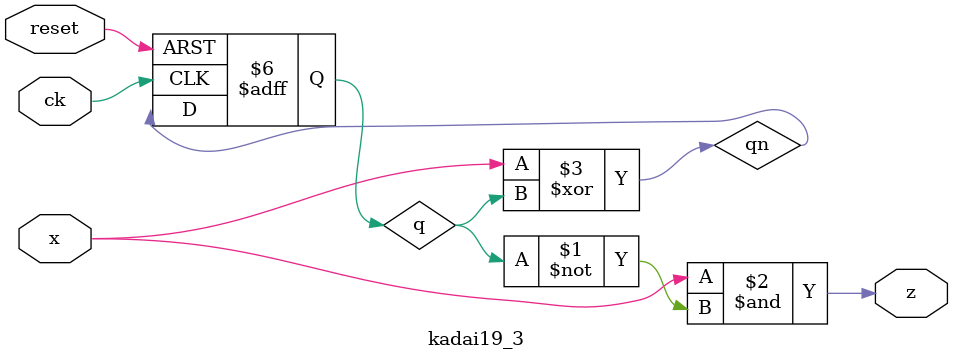
<source format=v>
module kadai19_3(ck, reset, x, z);
    input ck, reset;
    input x;
    output z;

    reg q;
    wire qn;

    assign z = x & ~q;
    assign qn = x ^ q;

    always @( posedge ck or posedge reset )
        begin
            if (reset == 1'b1)
                q <= 1'b0;
            else
                q <= qn;
        end

endmodule

</source>
